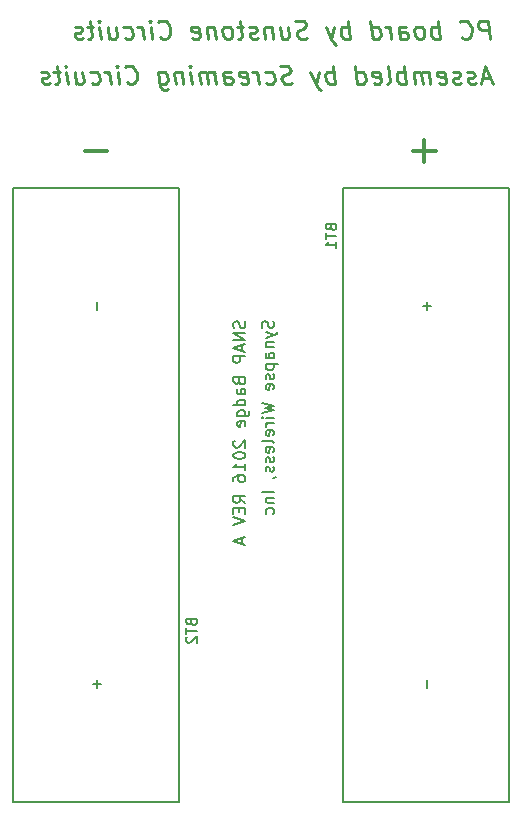
<source format=gbo>
G04 #@! TF.FileFunction,Legend,Bot*
%FSLAX46Y46*%
G04 Gerber Fmt 4.6, Leading zero omitted, Abs format (unit mm)*
G04 Created by KiCad (PCBNEW 4.0.0-rc2-stable) date 12/17/2015 4:25:01 PM*
%MOMM*%
G01*
G04 APERTURE LIST*
%ADD10C,0.100000*%
%ADD11C,0.254000*%
%ADD12C,0.203200*%
%ADD13C,0.300000*%
%ADD14C,0.150000*%
%ADD15C,0.152400*%
%ADD16C,5.152400*%
%ADD17R,1.502400X1.402400*%
%ADD18R,1.652400X1.702400*%
%ADD19R,2.184400X1.879600*%
%ADD20O,2.184400X1.879600*%
%ADD21R,1.879600X1.879600*%
%ADD22O,1.879600X1.879600*%
G04 APERTURE END LIST*
D10*
D11*
X42794464Y-52324000D02*
X42068750Y-52324000D01*
X42994036Y-52759429D02*
X42295536Y-51235429D01*
X41978036Y-52759429D01*
X41533535Y-52686857D02*
X41397464Y-52759429D01*
X41107179Y-52759429D01*
X40952964Y-52686857D01*
X40862249Y-52541714D01*
X40853178Y-52469143D01*
X40907607Y-52324000D01*
X41043679Y-52251429D01*
X41261393Y-52251429D01*
X41397464Y-52178857D01*
X41451892Y-52033714D01*
X41442821Y-51961143D01*
X41352107Y-51816000D01*
X41197893Y-51743429D01*
X40980179Y-51743429D01*
X40844107Y-51816000D01*
X40299821Y-52686857D02*
X40163750Y-52759429D01*
X39873465Y-52759429D01*
X39719250Y-52686857D01*
X39628535Y-52541714D01*
X39619464Y-52469143D01*
X39673893Y-52324000D01*
X39809965Y-52251429D01*
X40027679Y-52251429D01*
X40163750Y-52178857D01*
X40218178Y-52033714D01*
X40209107Y-51961143D01*
X40118393Y-51816000D01*
X39964179Y-51743429D01*
X39746465Y-51743429D01*
X39610393Y-51816000D01*
X38412964Y-52686857D02*
X38567179Y-52759429D01*
X38857465Y-52759429D01*
X38993536Y-52686857D01*
X39047964Y-52541714D01*
X38975393Y-51961143D01*
X38884679Y-51816000D01*
X38730465Y-51743429D01*
X38440179Y-51743429D01*
X38304107Y-51816000D01*
X38249679Y-51961143D01*
X38267822Y-52106286D01*
X39011679Y-52251429D01*
X37696322Y-52759429D02*
X37569322Y-51743429D01*
X37587464Y-51888571D02*
X37505821Y-51816000D01*
X37351608Y-51743429D01*
X37133893Y-51743429D01*
X36997821Y-51816000D01*
X36943393Y-51961143D01*
X37043179Y-52759429D01*
X36943393Y-51961143D02*
X36852679Y-51816000D01*
X36698465Y-51743429D01*
X36480750Y-51743429D01*
X36344679Y-51816000D01*
X36290250Y-51961143D01*
X36390036Y-52759429D01*
X35664322Y-52759429D02*
X35473822Y-51235429D01*
X35546393Y-51816000D02*
X35392179Y-51743429D01*
X35101893Y-51743429D01*
X34965821Y-51816000D01*
X34902321Y-51888571D01*
X34847893Y-52033714D01*
X34902322Y-52469143D01*
X34993036Y-52614286D01*
X35074678Y-52686857D01*
X35228893Y-52759429D01*
X35519179Y-52759429D01*
X35655250Y-52686857D01*
X34067751Y-52759429D02*
X34203821Y-52686857D01*
X34258250Y-52541714D01*
X34094965Y-51235429D01*
X32897535Y-52686857D02*
X33051750Y-52759429D01*
X33342036Y-52759429D01*
X33478107Y-52686857D01*
X33532535Y-52541714D01*
X33459964Y-51961143D01*
X33369250Y-51816000D01*
X33215036Y-51743429D01*
X32924750Y-51743429D01*
X32788678Y-51816000D01*
X32734250Y-51961143D01*
X32752393Y-52106286D01*
X33496250Y-52251429D01*
X31527750Y-52759429D02*
X31337250Y-51235429D01*
X31518678Y-52686857D02*
X31672893Y-52759429D01*
X31963179Y-52759429D01*
X32099249Y-52686857D01*
X32162750Y-52614286D01*
X32217178Y-52469143D01*
X32162749Y-52033714D01*
X32072035Y-51888571D01*
X31990392Y-51816000D01*
X31836179Y-51743429D01*
X31545893Y-51743429D01*
X31409821Y-51816000D01*
X29640893Y-52759429D02*
X29450393Y-51235429D01*
X29522964Y-51816000D02*
X29368750Y-51743429D01*
X29078464Y-51743429D01*
X28942392Y-51816000D01*
X28878892Y-51888571D01*
X28824464Y-52033714D01*
X28878893Y-52469143D01*
X28969607Y-52614286D01*
X29051249Y-52686857D01*
X29205464Y-52759429D01*
X29495750Y-52759429D01*
X29631821Y-52686857D01*
X28280179Y-51743429D02*
X28044322Y-52759429D01*
X27554464Y-51743429D02*
X28044322Y-52759429D01*
X28234821Y-53122286D01*
X28316464Y-53194857D01*
X28470679Y-53267429D01*
X26003249Y-52686857D02*
X25794607Y-52759429D01*
X25431750Y-52759429D01*
X25277535Y-52686857D01*
X25195893Y-52614286D01*
X25105178Y-52469143D01*
X25087035Y-52324000D01*
X25141464Y-52178857D01*
X25204964Y-52106286D01*
X25341035Y-52033714D01*
X25622250Y-51961143D01*
X25758320Y-51888571D01*
X25821821Y-51816000D01*
X25876249Y-51670857D01*
X25858106Y-51525714D01*
X25767392Y-51380571D01*
X25685749Y-51308000D01*
X25531536Y-51235429D01*
X25168678Y-51235429D01*
X24960035Y-51308000D01*
X23826106Y-52686857D02*
X23980321Y-52759429D01*
X24270607Y-52759429D01*
X24406677Y-52686857D01*
X24470178Y-52614286D01*
X24524606Y-52469143D01*
X24470177Y-52033714D01*
X24379463Y-51888571D01*
X24297820Y-51816000D01*
X24143607Y-51743429D01*
X23853321Y-51743429D01*
X23717249Y-51816000D01*
X23182035Y-52759429D02*
X23055035Y-51743429D01*
X23091320Y-52033714D02*
X23000605Y-51888571D01*
X22918963Y-51816000D01*
X22764749Y-51743429D01*
X22619606Y-51743429D01*
X21648962Y-52686857D02*
X21803177Y-52759429D01*
X22093463Y-52759429D01*
X22229534Y-52686857D01*
X22283962Y-52541714D01*
X22211391Y-51961143D01*
X22120677Y-51816000D01*
X21966463Y-51743429D01*
X21676177Y-51743429D01*
X21540105Y-51816000D01*
X21485677Y-51961143D01*
X21503820Y-52106286D01*
X22247677Y-52251429D01*
X20279177Y-52759429D02*
X20179391Y-51961143D01*
X20233819Y-51816000D01*
X20369891Y-51743429D01*
X20660177Y-51743429D01*
X20814391Y-51816000D01*
X20270105Y-52686857D02*
X20424320Y-52759429D01*
X20787177Y-52759429D01*
X20923248Y-52686857D01*
X20977676Y-52541714D01*
X20959533Y-52396571D01*
X20868820Y-52251429D01*
X20714605Y-52178857D01*
X20351748Y-52178857D01*
X20197534Y-52106286D01*
X19553463Y-52759429D02*
X19426463Y-51743429D01*
X19444605Y-51888571D02*
X19362962Y-51816000D01*
X19208749Y-51743429D01*
X18991034Y-51743429D01*
X18854962Y-51816000D01*
X18800534Y-51961143D01*
X18900320Y-52759429D01*
X18800534Y-51961143D02*
X18709820Y-51816000D01*
X18555606Y-51743429D01*
X18337891Y-51743429D01*
X18201820Y-51816000D01*
X18147391Y-51961143D01*
X18247177Y-52759429D01*
X17521463Y-52759429D02*
X17394463Y-51743429D01*
X17330963Y-51235429D02*
X17412605Y-51308000D01*
X17349105Y-51380571D01*
X17267462Y-51308000D01*
X17330963Y-51235429D01*
X17349105Y-51380571D01*
X16668749Y-51743429D02*
X16795749Y-52759429D01*
X16686891Y-51888571D02*
X16605248Y-51816000D01*
X16451035Y-51743429D01*
X16233320Y-51743429D01*
X16097248Y-51816000D01*
X16042820Y-51961143D01*
X16142606Y-52759429D01*
X14636749Y-51743429D02*
X14790963Y-52977143D01*
X14881677Y-53122286D01*
X14963320Y-53194857D01*
X15117535Y-53267429D01*
X15335249Y-53267429D01*
X15471320Y-53194857D01*
X14754677Y-52686857D02*
X14908892Y-52759429D01*
X15199178Y-52759429D01*
X15335248Y-52686857D01*
X15398749Y-52614286D01*
X15453177Y-52469143D01*
X15398748Y-52033714D01*
X15308034Y-51888571D01*
X15226391Y-51816000D01*
X15072178Y-51743429D01*
X14781892Y-51743429D01*
X14645820Y-51816000D01*
X11987892Y-52614286D02*
X12069534Y-52686857D01*
X12296320Y-52759429D01*
X12441463Y-52759429D01*
X12650106Y-52686857D01*
X12777105Y-52541714D01*
X12831534Y-52396571D01*
X12867820Y-52106286D01*
X12840605Y-51888571D01*
X12731749Y-51598286D01*
X12641034Y-51453143D01*
X12477749Y-51308000D01*
X12250963Y-51235429D01*
X12105820Y-51235429D01*
X11897177Y-51308000D01*
X11833677Y-51380571D01*
X11352892Y-52759429D02*
X11225892Y-51743429D01*
X11162392Y-51235429D02*
X11244034Y-51308000D01*
X11180534Y-51380571D01*
X11098891Y-51308000D01*
X11162392Y-51235429D01*
X11180534Y-51380571D01*
X10627178Y-52759429D02*
X10500178Y-51743429D01*
X10536463Y-52033714D02*
X10445748Y-51888571D01*
X10364106Y-51816000D01*
X10209892Y-51743429D01*
X10064749Y-51743429D01*
X9021534Y-52686857D02*
X9175749Y-52759429D01*
X9466035Y-52759429D01*
X9602105Y-52686857D01*
X9665606Y-52614286D01*
X9720034Y-52469143D01*
X9665605Y-52033714D01*
X9574891Y-51888571D01*
X9493248Y-51816000D01*
X9339035Y-51743429D01*
X9048749Y-51743429D01*
X8912677Y-51816000D01*
X7597320Y-51743429D02*
X7724320Y-52759429D01*
X8250463Y-51743429D02*
X8350248Y-52541714D01*
X8295819Y-52686857D01*
X8159749Y-52759429D01*
X7942034Y-52759429D01*
X7787819Y-52686857D01*
X7706177Y-52614286D01*
X6998606Y-52759429D02*
X6871606Y-51743429D01*
X6808106Y-51235429D02*
X6889748Y-51308000D01*
X6826248Y-51380571D01*
X6744605Y-51308000D01*
X6808106Y-51235429D01*
X6826248Y-51380571D01*
X6363606Y-51743429D02*
X5783035Y-51743429D01*
X6082392Y-51235429D02*
X6245677Y-52541714D01*
X6191248Y-52686857D01*
X6055178Y-52759429D01*
X5910035Y-52759429D01*
X5465534Y-52686857D02*
X5329463Y-52759429D01*
X5039178Y-52759429D01*
X4884963Y-52686857D01*
X4794248Y-52541714D01*
X4785177Y-52469143D01*
X4839606Y-52324000D01*
X4975678Y-52251429D01*
X5193392Y-52251429D01*
X5329463Y-52178857D01*
X5383891Y-52033714D01*
X5374820Y-51961143D01*
X5284106Y-51816000D01*
X5129892Y-51743429D01*
X4912178Y-51743429D01*
X4776106Y-51816000D01*
X42758179Y-48949429D02*
X42567679Y-47425429D01*
X41987107Y-47425429D01*
X41851036Y-47498000D01*
X41787535Y-47570571D01*
X41733107Y-47715714D01*
X41760322Y-47933429D01*
X41851035Y-48078571D01*
X41932679Y-48151143D01*
X42086892Y-48223714D01*
X42667464Y-48223714D01*
X40345179Y-48804286D02*
X40426821Y-48876857D01*
X40653607Y-48949429D01*
X40798750Y-48949429D01*
X41007393Y-48876857D01*
X41134392Y-48731714D01*
X41188821Y-48586571D01*
X41225107Y-48296286D01*
X41197892Y-48078571D01*
X41089036Y-47788286D01*
X40998321Y-47643143D01*
X40835036Y-47498000D01*
X40608250Y-47425429D01*
X40463107Y-47425429D01*
X40254464Y-47498000D01*
X40190964Y-47570571D01*
X38549036Y-48949429D02*
X38358536Y-47425429D01*
X38431107Y-48006000D02*
X38276893Y-47933429D01*
X37986607Y-47933429D01*
X37850535Y-48006000D01*
X37787035Y-48078571D01*
X37732607Y-48223714D01*
X37787036Y-48659143D01*
X37877750Y-48804286D01*
X37959392Y-48876857D01*
X38113607Y-48949429D01*
X38403893Y-48949429D01*
X38539964Y-48876857D01*
X36952465Y-48949429D02*
X37088535Y-48876857D01*
X37152036Y-48804286D01*
X37206464Y-48659143D01*
X37152035Y-48223714D01*
X37061321Y-48078571D01*
X36979678Y-48006000D01*
X36825465Y-47933429D01*
X36607750Y-47933429D01*
X36471678Y-48006000D01*
X36408178Y-48078571D01*
X36353750Y-48223714D01*
X36408179Y-48659143D01*
X36498893Y-48804286D01*
X36580535Y-48876857D01*
X36734750Y-48949429D01*
X36952465Y-48949429D01*
X35138179Y-48949429D02*
X35038393Y-48151143D01*
X35092821Y-48006000D01*
X35228893Y-47933429D01*
X35519179Y-47933429D01*
X35673393Y-48006000D01*
X35129107Y-48876857D02*
X35283322Y-48949429D01*
X35646179Y-48949429D01*
X35782250Y-48876857D01*
X35836678Y-48731714D01*
X35818535Y-48586571D01*
X35727822Y-48441429D01*
X35573607Y-48368857D01*
X35210750Y-48368857D01*
X35056536Y-48296286D01*
X34412465Y-48949429D02*
X34285465Y-47933429D01*
X34321750Y-48223714D02*
X34231035Y-48078571D01*
X34149393Y-48006000D01*
X33995179Y-47933429D01*
X33850036Y-47933429D01*
X32815893Y-48949429D02*
X32625393Y-47425429D01*
X32806821Y-48876857D02*
X32961036Y-48949429D01*
X33251322Y-48949429D01*
X33387392Y-48876857D01*
X33450893Y-48804286D01*
X33505321Y-48659143D01*
X33450892Y-48223714D01*
X33360178Y-48078571D01*
X33278535Y-48006000D01*
X33124322Y-47933429D01*
X32834036Y-47933429D01*
X32697964Y-48006000D01*
X30929036Y-48949429D02*
X30738536Y-47425429D01*
X30811107Y-48006000D02*
X30656893Y-47933429D01*
X30366607Y-47933429D01*
X30230535Y-48006000D01*
X30167035Y-48078571D01*
X30112607Y-48223714D01*
X30167036Y-48659143D01*
X30257750Y-48804286D01*
X30339392Y-48876857D01*
X30493607Y-48949429D01*
X30783893Y-48949429D01*
X30919964Y-48876857D01*
X29568322Y-47933429D02*
X29332465Y-48949429D01*
X28842607Y-47933429D02*
X29332465Y-48949429D01*
X29522964Y-49312286D01*
X29604607Y-49384857D01*
X29758822Y-49457429D01*
X27291392Y-48876857D02*
X27082750Y-48949429D01*
X26719893Y-48949429D01*
X26565678Y-48876857D01*
X26484036Y-48804286D01*
X26393321Y-48659143D01*
X26375178Y-48514000D01*
X26429607Y-48368857D01*
X26493107Y-48296286D01*
X26629178Y-48223714D01*
X26910393Y-48151143D01*
X27046463Y-48078571D01*
X27109964Y-48006000D01*
X27164392Y-47860857D01*
X27146249Y-47715714D01*
X27055535Y-47570571D01*
X26973892Y-47498000D01*
X26819679Y-47425429D01*
X26456821Y-47425429D01*
X26248178Y-47498000D01*
X24996321Y-47933429D02*
X25123321Y-48949429D01*
X25649464Y-47933429D02*
X25749249Y-48731714D01*
X25694820Y-48876857D01*
X25558750Y-48949429D01*
X25341035Y-48949429D01*
X25186820Y-48876857D01*
X25105178Y-48804286D01*
X24270607Y-47933429D02*
X24397607Y-48949429D01*
X24288749Y-48078571D02*
X24207106Y-48006000D01*
X24052893Y-47933429D01*
X23835178Y-47933429D01*
X23699106Y-48006000D01*
X23644678Y-48151143D01*
X23744464Y-48949429D01*
X23082249Y-48876857D02*
X22946178Y-48949429D01*
X22655893Y-48949429D01*
X22501678Y-48876857D01*
X22410963Y-48731714D01*
X22401892Y-48659143D01*
X22456321Y-48514000D01*
X22592393Y-48441429D01*
X22810107Y-48441429D01*
X22946178Y-48368857D01*
X23000606Y-48223714D01*
X22991535Y-48151143D01*
X22900821Y-48006000D01*
X22746607Y-47933429D01*
X22528893Y-47933429D01*
X22392821Y-48006000D01*
X21875750Y-47933429D02*
X21295179Y-47933429D01*
X21594536Y-47425429D02*
X21757821Y-48731714D01*
X21703392Y-48876857D01*
X21567322Y-48949429D01*
X21422179Y-48949429D01*
X20696465Y-48949429D02*
X20832535Y-48876857D01*
X20896036Y-48804286D01*
X20950464Y-48659143D01*
X20896035Y-48223714D01*
X20805321Y-48078571D01*
X20723678Y-48006000D01*
X20569465Y-47933429D01*
X20351750Y-47933429D01*
X20215678Y-48006000D01*
X20152178Y-48078571D01*
X20097750Y-48223714D01*
X20152179Y-48659143D01*
X20242893Y-48804286D01*
X20324535Y-48876857D01*
X20478750Y-48949429D01*
X20696465Y-48949429D01*
X19408322Y-47933429D02*
X19535322Y-48949429D01*
X19426464Y-48078571D02*
X19344821Y-48006000D01*
X19190608Y-47933429D01*
X18972893Y-47933429D01*
X18836821Y-48006000D01*
X18782393Y-48151143D01*
X18882179Y-48949429D01*
X17566821Y-48876857D02*
X17721036Y-48949429D01*
X18011322Y-48949429D01*
X18147393Y-48876857D01*
X18201821Y-48731714D01*
X18129250Y-48151143D01*
X18038536Y-48006000D01*
X17884322Y-47933429D01*
X17594036Y-47933429D01*
X17457964Y-48006000D01*
X17403536Y-48151143D01*
X17421679Y-48296286D01*
X18165536Y-48441429D01*
X14800036Y-48804286D02*
X14881678Y-48876857D01*
X15108464Y-48949429D01*
X15253607Y-48949429D01*
X15462250Y-48876857D01*
X15589249Y-48731714D01*
X15643678Y-48586571D01*
X15679964Y-48296286D01*
X15652749Y-48078571D01*
X15543893Y-47788286D01*
X15453178Y-47643143D01*
X15289893Y-47498000D01*
X15063107Y-47425429D01*
X14917964Y-47425429D01*
X14709321Y-47498000D01*
X14645821Y-47570571D01*
X14165036Y-48949429D02*
X14038036Y-47933429D01*
X13974536Y-47425429D02*
X14056178Y-47498000D01*
X13992678Y-47570571D01*
X13911035Y-47498000D01*
X13974536Y-47425429D01*
X13992678Y-47570571D01*
X13439322Y-48949429D02*
X13312322Y-47933429D01*
X13348607Y-48223714D02*
X13257892Y-48078571D01*
X13176250Y-48006000D01*
X13022036Y-47933429D01*
X12876893Y-47933429D01*
X11833678Y-48876857D02*
X11987893Y-48949429D01*
X12278179Y-48949429D01*
X12414249Y-48876857D01*
X12477750Y-48804286D01*
X12532178Y-48659143D01*
X12477749Y-48223714D01*
X12387035Y-48078571D01*
X12305392Y-48006000D01*
X12151179Y-47933429D01*
X11860893Y-47933429D01*
X11724821Y-48006000D01*
X10409464Y-47933429D02*
X10536464Y-48949429D01*
X11062607Y-47933429D02*
X11162392Y-48731714D01*
X11107963Y-48876857D01*
X10971893Y-48949429D01*
X10754178Y-48949429D01*
X10599963Y-48876857D01*
X10518321Y-48804286D01*
X9810750Y-48949429D02*
X9683750Y-47933429D01*
X9620250Y-47425429D02*
X9701892Y-47498000D01*
X9638392Y-47570571D01*
X9556749Y-47498000D01*
X9620250Y-47425429D01*
X9638392Y-47570571D01*
X9175750Y-47933429D02*
X8595179Y-47933429D01*
X8894536Y-47425429D02*
X9057821Y-48731714D01*
X9003392Y-48876857D01*
X8867322Y-48949429D01*
X8722179Y-48949429D01*
X8277678Y-48876857D02*
X8141607Y-48949429D01*
X7851322Y-48949429D01*
X7697107Y-48876857D01*
X7606392Y-48731714D01*
X7597321Y-48659143D01*
X7651750Y-48514000D01*
X7787822Y-48441429D01*
X8005536Y-48441429D01*
X8141607Y-48368857D01*
X8196035Y-48223714D01*
X8186964Y-48151143D01*
X8096250Y-48006000D01*
X7942036Y-47933429D01*
X7724322Y-47933429D01*
X7588250Y-48006000D01*
D12*
X24414238Y-72873811D02*
X24462619Y-73018954D01*
X24462619Y-73260858D01*
X24414238Y-73357620D01*
X24365857Y-73406001D01*
X24269095Y-73454382D01*
X24172333Y-73454382D01*
X24075571Y-73406001D01*
X24027190Y-73357620D01*
X23978810Y-73260858D01*
X23930429Y-73067335D01*
X23882048Y-72970573D01*
X23833667Y-72922192D01*
X23736905Y-72873811D01*
X23640143Y-72873811D01*
X23543381Y-72922192D01*
X23495000Y-72970573D01*
X23446619Y-73067335D01*
X23446619Y-73309239D01*
X23495000Y-73454382D01*
X23785286Y-73793049D02*
X24462619Y-74034954D01*
X23785286Y-74276858D02*
X24462619Y-74034954D01*
X24704524Y-73938192D01*
X24752905Y-73889811D01*
X24801286Y-73793049D01*
X23785286Y-74663906D02*
X24462619Y-74663906D01*
X23882048Y-74663906D02*
X23833667Y-74712287D01*
X23785286Y-74809049D01*
X23785286Y-74954191D01*
X23833667Y-75050953D01*
X23930429Y-75099334D01*
X24462619Y-75099334D01*
X24462619Y-76018572D02*
X23930429Y-76018572D01*
X23833667Y-75970191D01*
X23785286Y-75873429D01*
X23785286Y-75679906D01*
X23833667Y-75583144D01*
X24414238Y-76018572D02*
X24462619Y-75921810D01*
X24462619Y-75679906D01*
X24414238Y-75583144D01*
X24317476Y-75534763D01*
X24220714Y-75534763D01*
X24123952Y-75583144D01*
X24075571Y-75679906D01*
X24075571Y-75921810D01*
X24027190Y-76018572D01*
X23785286Y-76502382D02*
X24801286Y-76502382D01*
X23833667Y-76502382D02*
X23785286Y-76599144D01*
X23785286Y-76792667D01*
X23833667Y-76889429D01*
X23882048Y-76937810D01*
X23978810Y-76986191D01*
X24269095Y-76986191D01*
X24365857Y-76937810D01*
X24414238Y-76889429D01*
X24462619Y-76792667D01*
X24462619Y-76599144D01*
X24414238Y-76502382D01*
X24414238Y-77373239D02*
X24462619Y-77470001D01*
X24462619Y-77663525D01*
X24414238Y-77760286D01*
X24317476Y-77808667D01*
X24269095Y-77808667D01*
X24172333Y-77760286D01*
X24123952Y-77663525D01*
X24123952Y-77518382D01*
X24075571Y-77421620D01*
X23978810Y-77373239D01*
X23930429Y-77373239D01*
X23833667Y-77421620D01*
X23785286Y-77518382D01*
X23785286Y-77663525D01*
X23833667Y-77760286D01*
X24414238Y-78631143D02*
X24462619Y-78534381D01*
X24462619Y-78340858D01*
X24414238Y-78244096D01*
X24317476Y-78195715D01*
X23930429Y-78195715D01*
X23833667Y-78244096D01*
X23785286Y-78340858D01*
X23785286Y-78534381D01*
X23833667Y-78631143D01*
X23930429Y-78679524D01*
X24027190Y-78679524D01*
X24123952Y-78195715D01*
X23446619Y-79792286D02*
X24462619Y-80034191D01*
X23736905Y-80227714D01*
X24462619Y-80421238D01*
X23446619Y-80663143D01*
X24462619Y-81050191D02*
X23785286Y-81050191D01*
X23446619Y-81050191D02*
X23495000Y-81001810D01*
X23543381Y-81050191D01*
X23495000Y-81098572D01*
X23446619Y-81050191D01*
X23543381Y-81050191D01*
X24462619Y-81534001D02*
X23785286Y-81534001D01*
X23978810Y-81534001D02*
X23882048Y-81582382D01*
X23833667Y-81630763D01*
X23785286Y-81727525D01*
X23785286Y-81824286D01*
X24414238Y-82550000D02*
X24462619Y-82453238D01*
X24462619Y-82259715D01*
X24414238Y-82162953D01*
X24317476Y-82114572D01*
X23930429Y-82114572D01*
X23833667Y-82162953D01*
X23785286Y-82259715D01*
X23785286Y-82453238D01*
X23833667Y-82550000D01*
X23930429Y-82598381D01*
X24027190Y-82598381D01*
X24123952Y-82114572D01*
X24462619Y-83178953D02*
X24414238Y-83082191D01*
X24317476Y-83033810D01*
X23446619Y-83033810D01*
X24414238Y-83953047D02*
X24462619Y-83856285D01*
X24462619Y-83662762D01*
X24414238Y-83566000D01*
X24317476Y-83517619D01*
X23930429Y-83517619D01*
X23833667Y-83566000D01*
X23785286Y-83662762D01*
X23785286Y-83856285D01*
X23833667Y-83953047D01*
X23930429Y-84001428D01*
X24027190Y-84001428D01*
X24123952Y-83517619D01*
X24414238Y-84388476D02*
X24462619Y-84485238D01*
X24462619Y-84678762D01*
X24414238Y-84775523D01*
X24317476Y-84823904D01*
X24269095Y-84823904D01*
X24172333Y-84775523D01*
X24123952Y-84678762D01*
X24123952Y-84533619D01*
X24075571Y-84436857D01*
X23978810Y-84388476D01*
X23930429Y-84388476D01*
X23833667Y-84436857D01*
X23785286Y-84533619D01*
X23785286Y-84678762D01*
X23833667Y-84775523D01*
X24414238Y-85210952D02*
X24462619Y-85307714D01*
X24462619Y-85501238D01*
X24414238Y-85597999D01*
X24317476Y-85646380D01*
X24269095Y-85646380D01*
X24172333Y-85597999D01*
X24123952Y-85501238D01*
X24123952Y-85356095D01*
X24075571Y-85259333D01*
X23978810Y-85210952D01*
X23930429Y-85210952D01*
X23833667Y-85259333D01*
X23785286Y-85356095D01*
X23785286Y-85501238D01*
X23833667Y-85597999D01*
X24414238Y-86130190D02*
X24462619Y-86130190D01*
X24559381Y-86081809D01*
X24607762Y-86033428D01*
X24462619Y-87339714D02*
X23446619Y-87339714D01*
X23785286Y-87823524D02*
X24462619Y-87823524D01*
X23882048Y-87823524D02*
X23833667Y-87871905D01*
X23785286Y-87968667D01*
X23785286Y-88113809D01*
X23833667Y-88210571D01*
X23930429Y-88258952D01*
X24462619Y-88258952D01*
X24414238Y-89178190D02*
X24462619Y-89081428D01*
X24462619Y-88887905D01*
X24414238Y-88791143D01*
X24365857Y-88742762D01*
X24269095Y-88694381D01*
X23978810Y-88694381D01*
X23882048Y-88742762D01*
X23833667Y-88791143D01*
X23785286Y-88887905D01*
X23785286Y-89081428D01*
X23833667Y-89178190D01*
X22001238Y-72885906D02*
X22049619Y-73031049D01*
X22049619Y-73272953D01*
X22001238Y-73369715D01*
X21952857Y-73418096D01*
X21856095Y-73466477D01*
X21759333Y-73466477D01*
X21662571Y-73418096D01*
X21614190Y-73369715D01*
X21565810Y-73272953D01*
X21517429Y-73079430D01*
X21469048Y-72982668D01*
X21420667Y-72934287D01*
X21323905Y-72885906D01*
X21227143Y-72885906D01*
X21130381Y-72934287D01*
X21082000Y-72982668D01*
X21033619Y-73079430D01*
X21033619Y-73321334D01*
X21082000Y-73466477D01*
X22049619Y-73901906D02*
X21033619Y-73901906D01*
X22049619Y-74482477D01*
X21033619Y-74482477D01*
X21759333Y-74917906D02*
X21759333Y-75401715D01*
X22049619Y-74821144D02*
X21033619Y-75159811D01*
X22049619Y-75498477D01*
X22049619Y-75837144D02*
X21033619Y-75837144D01*
X21033619Y-76224191D01*
X21082000Y-76320953D01*
X21130381Y-76369334D01*
X21227143Y-76417715D01*
X21372286Y-76417715D01*
X21469048Y-76369334D01*
X21517429Y-76320953D01*
X21565810Y-76224191D01*
X21565810Y-75837144D01*
X21517429Y-77965905D02*
X21565810Y-78111048D01*
X21614190Y-78159429D01*
X21710952Y-78207810D01*
X21856095Y-78207810D01*
X21952857Y-78159429D01*
X22001238Y-78111048D01*
X22049619Y-78014286D01*
X22049619Y-77627239D01*
X21033619Y-77627239D01*
X21033619Y-77965905D01*
X21082000Y-78062667D01*
X21130381Y-78111048D01*
X21227143Y-78159429D01*
X21323905Y-78159429D01*
X21420667Y-78111048D01*
X21469048Y-78062667D01*
X21517429Y-77965905D01*
X21517429Y-77627239D01*
X22049619Y-79078667D02*
X21517429Y-79078667D01*
X21420667Y-79030286D01*
X21372286Y-78933524D01*
X21372286Y-78740001D01*
X21420667Y-78643239D01*
X22001238Y-79078667D02*
X22049619Y-78981905D01*
X22049619Y-78740001D01*
X22001238Y-78643239D01*
X21904476Y-78594858D01*
X21807714Y-78594858D01*
X21710952Y-78643239D01*
X21662571Y-78740001D01*
X21662571Y-78981905D01*
X21614190Y-79078667D01*
X22049619Y-79997905D02*
X21033619Y-79997905D01*
X22001238Y-79997905D02*
X22049619Y-79901143D01*
X22049619Y-79707620D01*
X22001238Y-79610858D01*
X21952857Y-79562477D01*
X21856095Y-79514096D01*
X21565810Y-79514096D01*
X21469048Y-79562477D01*
X21420667Y-79610858D01*
X21372286Y-79707620D01*
X21372286Y-79901143D01*
X21420667Y-79997905D01*
X21372286Y-80917143D02*
X22194762Y-80917143D01*
X22291524Y-80868762D01*
X22339905Y-80820381D01*
X22388286Y-80723620D01*
X22388286Y-80578477D01*
X22339905Y-80481715D01*
X22001238Y-80917143D02*
X22049619Y-80820381D01*
X22049619Y-80626858D01*
X22001238Y-80530096D01*
X21952857Y-80481715D01*
X21856095Y-80433334D01*
X21565810Y-80433334D01*
X21469048Y-80481715D01*
X21420667Y-80530096D01*
X21372286Y-80626858D01*
X21372286Y-80820381D01*
X21420667Y-80917143D01*
X22001238Y-81788000D02*
X22049619Y-81691238D01*
X22049619Y-81497715D01*
X22001238Y-81400953D01*
X21904476Y-81352572D01*
X21517429Y-81352572D01*
X21420667Y-81400953D01*
X21372286Y-81497715D01*
X21372286Y-81691238D01*
X21420667Y-81788000D01*
X21517429Y-81836381D01*
X21614190Y-81836381D01*
X21710952Y-81352572D01*
X21130381Y-82997524D02*
X21082000Y-83045905D01*
X21033619Y-83142667D01*
X21033619Y-83384571D01*
X21082000Y-83481333D01*
X21130381Y-83529714D01*
X21227143Y-83578095D01*
X21323905Y-83578095D01*
X21469048Y-83529714D01*
X22049619Y-82949143D01*
X22049619Y-83578095D01*
X21033619Y-84207048D02*
X21033619Y-84303809D01*
X21082000Y-84400571D01*
X21130381Y-84448952D01*
X21227143Y-84497333D01*
X21420667Y-84545714D01*
X21662571Y-84545714D01*
X21856095Y-84497333D01*
X21952857Y-84448952D01*
X22001238Y-84400571D01*
X22049619Y-84303809D01*
X22049619Y-84207048D01*
X22001238Y-84110286D01*
X21952857Y-84061905D01*
X21856095Y-84013524D01*
X21662571Y-83965143D01*
X21420667Y-83965143D01*
X21227143Y-84013524D01*
X21130381Y-84061905D01*
X21082000Y-84110286D01*
X21033619Y-84207048D01*
X22049619Y-85513333D02*
X22049619Y-84932762D01*
X22049619Y-85223048D02*
X21033619Y-85223048D01*
X21178762Y-85126286D01*
X21275524Y-85029524D01*
X21323905Y-84932762D01*
X21033619Y-86384190D02*
X21033619Y-86190667D01*
X21082000Y-86093905D01*
X21130381Y-86045524D01*
X21275524Y-85948762D01*
X21469048Y-85900381D01*
X21856095Y-85900381D01*
X21952857Y-85948762D01*
X22001238Y-85997143D01*
X22049619Y-86093905D01*
X22049619Y-86287428D01*
X22001238Y-86384190D01*
X21952857Y-86432571D01*
X21856095Y-86480952D01*
X21614190Y-86480952D01*
X21517429Y-86432571D01*
X21469048Y-86384190D01*
X21420667Y-86287428D01*
X21420667Y-86093905D01*
X21469048Y-85997143D01*
X21517429Y-85948762D01*
X21614190Y-85900381D01*
X22049619Y-88271047D02*
X21565810Y-87932381D01*
X22049619Y-87690476D02*
X21033619Y-87690476D01*
X21033619Y-88077523D01*
X21082000Y-88174285D01*
X21130381Y-88222666D01*
X21227143Y-88271047D01*
X21372286Y-88271047D01*
X21469048Y-88222666D01*
X21517429Y-88174285D01*
X21565810Y-88077523D01*
X21565810Y-87690476D01*
X21517429Y-88706476D02*
X21517429Y-89045142D01*
X22049619Y-89190285D02*
X22049619Y-88706476D01*
X21033619Y-88706476D01*
X21033619Y-89190285D01*
X21033619Y-89480571D02*
X22049619Y-89819238D01*
X21033619Y-90157904D01*
X21759333Y-91222285D02*
X21759333Y-91706094D01*
X22049619Y-91125523D02*
X21033619Y-91464190D01*
X22049619Y-91802856D01*
D13*
X10365619Y-58474429D02*
X8430381Y-58474429D01*
X38178619Y-58474429D02*
X36243381Y-58474429D01*
X37211000Y-59442048D02*
X37211000Y-57506810D01*
D14*
X44338000Y-61630000D02*
X44338000Y-113630000D01*
X30338000Y-113630000D02*
X30338000Y-61630000D01*
X30338000Y-113630000D02*
X44338000Y-113630000D01*
X30338000Y-61630000D02*
X44338000Y-61630000D01*
X2398000Y-113630000D02*
X2398000Y-61630000D01*
X16398000Y-61630000D02*
X16398000Y-113630000D01*
X16398000Y-61630000D02*
X2398000Y-61630000D01*
X16398000Y-113630000D02*
X2398000Y-113630000D01*
D15*
X29274500Y-64931500D02*
X29316833Y-65058500D01*
X29359167Y-65100833D01*
X29443833Y-65143167D01*
X29570833Y-65143167D01*
X29655500Y-65100833D01*
X29697833Y-65058500D01*
X29740167Y-64973833D01*
X29740167Y-64635167D01*
X28851167Y-64635167D01*
X28851167Y-64931500D01*
X28893500Y-65016167D01*
X28935833Y-65058500D01*
X29020500Y-65100833D01*
X29105167Y-65100833D01*
X29189833Y-65058500D01*
X29232167Y-65016167D01*
X29274500Y-64931500D01*
X29274500Y-64635167D01*
X28851167Y-65397167D02*
X28851167Y-65905167D01*
X29740167Y-65651167D02*
X28851167Y-65651167D01*
X29740167Y-66667166D02*
X29740167Y-66159166D01*
X29740167Y-66413166D02*
X28851167Y-66413166D01*
X28978167Y-66328500D01*
X29062833Y-66243833D01*
X29105167Y-66159166D01*
X37401500Y-103291334D02*
X37401500Y-103968667D01*
X37401500Y-71291334D02*
X37401500Y-71968667D01*
X37740167Y-71630000D02*
X37062833Y-71630000D01*
X37401500Y-71291334D02*
X37401500Y-71968667D01*
X37740167Y-71630000D02*
X37062833Y-71630000D01*
X17462500Y-98361500D02*
X17504833Y-98488500D01*
X17547167Y-98530833D01*
X17631833Y-98573167D01*
X17758833Y-98573167D01*
X17843500Y-98530833D01*
X17885833Y-98488500D01*
X17928167Y-98403833D01*
X17928167Y-98065167D01*
X17039167Y-98065167D01*
X17039167Y-98361500D01*
X17081500Y-98446167D01*
X17123833Y-98488500D01*
X17208500Y-98530833D01*
X17293167Y-98530833D01*
X17377833Y-98488500D01*
X17420167Y-98446167D01*
X17462500Y-98361500D01*
X17462500Y-98065167D01*
X17039167Y-98827167D02*
X17039167Y-99335167D01*
X17928167Y-99081167D02*
X17039167Y-99081167D01*
X17123833Y-99589166D02*
X17081500Y-99631500D01*
X17039167Y-99716166D01*
X17039167Y-99927833D01*
X17081500Y-100012500D01*
X17123833Y-100054833D01*
X17208500Y-100097166D01*
X17293167Y-100097166D01*
X17420167Y-100054833D01*
X17928167Y-99546833D01*
X17928167Y-100097166D01*
X9461500Y-71291334D02*
X9461500Y-71968667D01*
X9461500Y-103291334D02*
X9461500Y-103968667D01*
X9800167Y-103630000D02*
X9122833Y-103630000D01*
X9461500Y-103291334D02*
X9461500Y-103968667D01*
X9800167Y-103630000D02*
X9122833Y-103630000D01*
%LPC*%
D16*
X37338000Y-65280000D03*
X37338000Y-109980000D03*
X9398000Y-109980000D03*
X9398000Y-65280000D03*
D17*
X-3726200Y-107659800D03*
D18*
X-6426200Y-113359800D03*
X-6426200Y-106959800D03*
D17*
X-3726200Y-112659800D03*
D19*
X-889000Y-67945000D03*
D20*
X-889000Y-70485000D03*
X-889000Y-73025000D03*
X-889000Y-75565000D03*
X-889000Y-78105000D03*
X-889000Y-80645000D03*
X-889000Y-83185000D03*
X-889000Y-85725000D03*
D19*
X47371000Y-85725000D03*
D20*
X47371000Y-88265000D03*
X47371000Y-90805000D03*
X47371000Y-93345000D03*
X47371000Y-95885000D03*
X47371000Y-98425000D03*
X47371000Y-100965000D03*
X47371000Y-103505000D03*
D19*
X47371000Y-58801000D03*
D20*
X47371000Y-61341000D03*
X47371000Y-63881000D03*
X47371000Y-66421000D03*
X47371000Y-68961000D03*
X47371000Y-71501000D03*
X47371000Y-74041000D03*
X47371000Y-76581000D03*
X47371000Y-79121000D03*
X47371000Y-81661000D03*
D19*
X-889000Y-90805000D03*
D20*
X-889000Y-93345000D03*
X-889000Y-95885000D03*
X-889000Y-98425000D03*
X-889000Y-100965000D03*
X-889000Y-103505000D03*
D21*
X27000200Y-103632000D03*
D22*
X27000200Y-106172000D03*
X24460200Y-103632000D03*
X24460200Y-106172000D03*
X21920200Y-103632000D03*
X21920200Y-106172000D03*
M02*

</source>
